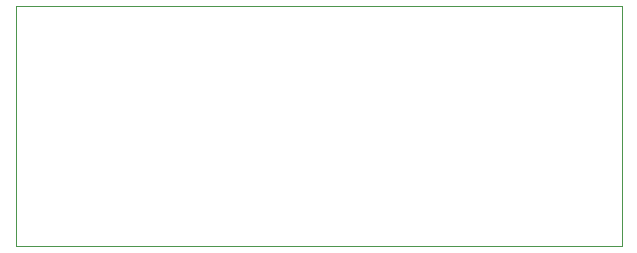
<source format=gm1>
G04 #@! TF.GenerationSoftware,KiCad,Pcbnew,(5.99.0-12840-g99442350a4)*
G04 #@! TF.CreationDate,2021-11-05T14:17:08+01:00*
G04 #@! TF.ProjectId,stknx,73746b6e-782e-46b6-9963-61645f706362,rev?*
G04 #@! TF.SameCoordinates,Original*
G04 #@! TF.FileFunction,Profile,NP*
%FSLAX46Y46*%
G04 Gerber Fmt 4.6, Leading zero omitted, Abs format (unit mm)*
G04 Created by KiCad (PCBNEW (5.99.0-12840-g99442350a4)) date 2021-11-05 14:17:08*
%MOMM*%
%LPD*%
G01*
G04 APERTURE LIST*
G04 #@! TA.AperFunction,Profile*
%ADD10C,0.100000*%
G04 #@! TD*
G04 APERTURE END LIST*
D10*
X154432000Y-96774000D02*
X205740000Y-96774000D01*
X154432000Y-117094000D02*
X205740000Y-117094000D01*
X154432000Y-96774000D02*
X154432000Y-117094000D01*
X205740000Y-96774000D02*
X205740000Y-117094000D01*
M02*

</source>
